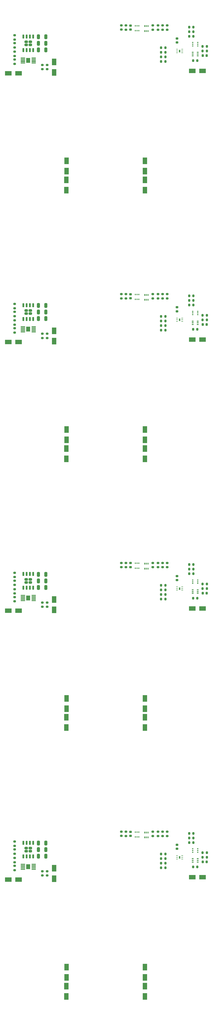
<source format=gbr>
%TF.GenerationSoftware,KiCad,Pcbnew,(6.0.5)*%
%TF.CreationDate,2022-08-17T15:04:12-07:00*%
%TF.ProjectId,X_Y_Panels,585f595f-5061-46e6-956c-732e6b696361,rev?*%
%TF.SameCoordinates,Original*%
%TF.FileFunction,Paste,Top*%
%TF.FilePolarity,Positive*%
%FSLAX46Y46*%
G04 Gerber Fmt 4.6, Leading zero omitted, Abs format (unit mm)*
G04 Created by KiCad (PCBNEW (6.0.5)) date 2022-08-17 15:04:12*
%MOMM*%
%LPD*%
G01*
G04 APERTURE LIST*
G04 Aperture macros list*
%AMRoundRect*
0 Rectangle with rounded corners*
0 $1 Rounding radius*
0 $2 $3 $4 $5 $6 $7 $8 $9 X,Y pos of 4 corners*
0 Add a 4 corners polygon primitive as box body*
4,1,4,$2,$3,$4,$5,$6,$7,$8,$9,$2,$3,0*
0 Add four circle primitives for the rounded corners*
1,1,$1+$1,$2,$3*
1,1,$1+$1,$4,$5*
1,1,$1+$1,$6,$7*
1,1,$1+$1,$8,$9*
0 Add four rect primitives between the rounded corners*
20,1,$1+$1,$2,$3,$4,$5,0*
20,1,$1+$1,$4,$5,$6,$7,0*
20,1,$1+$1,$6,$7,$8,$9,0*
20,1,$1+$1,$8,$9,$2,$3,0*%
G04 Aperture macros list end*
%ADD10C,0.010000*%
%ADD11RoundRect,0.200000X-0.200000X-0.275000X0.200000X-0.275000X0.200000X0.275000X-0.200000X0.275000X0*%
%ADD12RoundRect,0.200000X0.200000X0.275000X-0.200000X0.275000X-0.200000X-0.275000X0.200000X-0.275000X0*%
%ADD13RoundRect,0.225000X-0.225000X-0.250000X0.225000X-0.250000X0.225000X0.250000X-0.225000X0.250000X0*%
%ADD14RoundRect,0.200000X0.275000X-0.200000X0.275000X0.200000X-0.275000X0.200000X-0.275000X-0.200000X0*%
%ADD15R,0.600000X0.400000*%
%ADD16RoundRect,0.225000X0.250000X-0.225000X0.250000X0.225000X-0.250000X0.225000X-0.250000X-0.225000X0*%
%ADD17R,2.500000X1.700000*%
%ADD18R,0.740000X0.270000*%
%ADD19R,1.700000X2.500000*%
%ADD20R,0.400000X0.600000*%
%ADD21R,0.650000X0.400000*%
%ADD22RoundRect,0.200000X-0.275000X0.200000X-0.275000X-0.200000X0.275000X-0.200000X0.275000X0.200000X0*%
%ADD23RoundRect,0.250000X0.325000X0.650000X-0.325000X0.650000X-0.325000X-0.650000X0.325000X-0.650000X0*%
%ADD24R,0.400000X0.650000*%
%ADD25RoundRect,0.250000X-0.325000X-0.650000X0.325000X-0.650000X0.325000X0.650000X-0.325000X0.650000X0*%
%ADD26RoundRect,0.242500X0.402500X-0.242500X0.402500X0.242500X-0.402500X0.242500X-0.402500X-0.242500X0*%
%ADD27RoundRect,0.150000X0.150000X-0.650000X0.150000X0.650000X-0.150000X0.650000X-0.150000X-0.650000X0*%
%ADD28R,1.570000X1.880000*%
G04 APERTURE END LIST*
%TO.C,U3*%
G36*
X427818000Y-22056000D02*
G01*
X427398000Y-22056000D01*
X427398000Y-21196000D01*
X427818000Y-21196000D01*
X427818000Y-22056000D01*
G37*
D10*
X427818000Y-22056000D02*
X427398000Y-22056000D01*
X427398000Y-21196000D01*
X427818000Y-21196000D01*
X427818000Y-22056000D01*
G36*
X427818000Y-230056000D02*
G01*
X427398000Y-230056000D01*
X427398000Y-229196000D01*
X427818000Y-229196000D01*
X427818000Y-230056000D01*
G37*
X427818000Y-230056000D02*
X427398000Y-230056000D01*
X427398000Y-229196000D01*
X427818000Y-229196000D01*
X427818000Y-230056000D01*
%TO.C,U1*%
G36*
X367545000Y-25392000D02*
G01*
X365995000Y-25392000D01*
X365995000Y-25142000D01*
X367545000Y-25142000D01*
X367545000Y-25392000D01*
G37*
X367545000Y-25392000D02*
X365995000Y-25392000D01*
X365995000Y-25142000D01*
X367545000Y-25142000D01*
X367545000Y-25392000D01*
G36*
X371745000Y-24892000D02*
G01*
X370195000Y-24892000D01*
X370195000Y-24642000D01*
X371745000Y-24642000D01*
X371745000Y-24892000D01*
G37*
X371745000Y-24892000D02*
X370195000Y-24892000D01*
X370195000Y-24642000D01*
X371745000Y-24642000D01*
X371745000Y-24892000D01*
G36*
X371745000Y-24392000D02*
G01*
X370195000Y-24392000D01*
X370195000Y-24142000D01*
X371745000Y-24142000D01*
X371745000Y-24392000D01*
G37*
X371745000Y-24392000D02*
X370195000Y-24392000D01*
X370195000Y-24142000D01*
X371745000Y-24142000D01*
X371745000Y-24392000D01*
G36*
X367545000Y-25892000D02*
G01*
X365995000Y-25892000D01*
X365995000Y-25642000D01*
X367545000Y-25642000D01*
X367545000Y-25892000D01*
G37*
X367545000Y-25892000D02*
X365995000Y-25892000D01*
X365995000Y-25642000D01*
X367545000Y-25642000D01*
X367545000Y-25892000D01*
G36*
X371745000Y-26392000D02*
G01*
X370195000Y-26392000D01*
X370195000Y-26142000D01*
X371745000Y-26142000D01*
X371745000Y-26392000D01*
G37*
X371745000Y-26392000D02*
X370195000Y-26392000D01*
X370195000Y-26142000D01*
X371745000Y-26142000D01*
X371745000Y-26392000D01*
G36*
X371745000Y-25892000D02*
G01*
X370195000Y-25892000D01*
X370195000Y-25642000D01*
X371745000Y-25642000D01*
X371745000Y-25892000D01*
G37*
X371745000Y-25892000D02*
X370195000Y-25892000D01*
X370195000Y-25642000D01*
X371745000Y-25642000D01*
X371745000Y-25892000D01*
G36*
X371745000Y-25392000D02*
G01*
X370195000Y-25392000D01*
X370195000Y-25142000D01*
X371745000Y-25142000D01*
X371745000Y-25392000D01*
G37*
X371745000Y-25392000D02*
X370195000Y-25392000D01*
X370195000Y-25142000D01*
X371745000Y-25142000D01*
X371745000Y-25392000D01*
G36*
X367545000Y-24392000D02*
G01*
X365995000Y-24392000D01*
X365995000Y-24142000D01*
X367545000Y-24142000D01*
X367545000Y-24392000D01*
G37*
X367545000Y-24392000D02*
X365995000Y-24392000D01*
X365995000Y-24142000D01*
X367545000Y-24142000D01*
X367545000Y-24392000D01*
G36*
X367545000Y-24892000D02*
G01*
X365995000Y-24892000D01*
X365995000Y-24642000D01*
X367545000Y-24642000D01*
X367545000Y-24892000D01*
G37*
X367545000Y-24892000D02*
X365995000Y-24892000D01*
X365995000Y-24642000D01*
X367545000Y-24642000D01*
X367545000Y-24892000D01*
G36*
X367545000Y-26392000D02*
G01*
X365995000Y-26392000D01*
X365995000Y-26142000D01*
X367545000Y-26142000D01*
X367545000Y-26392000D01*
G37*
X367545000Y-26392000D02*
X365995000Y-26392000D01*
X365995000Y-26142000D01*
X367545000Y-26142000D01*
X367545000Y-26392000D01*
G36*
X367545000Y-233392000D02*
G01*
X365995000Y-233392000D01*
X365995000Y-233142000D01*
X367545000Y-233142000D01*
X367545000Y-233392000D01*
G37*
X367545000Y-233392000D02*
X365995000Y-233392000D01*
X365995000Y-233142000D01*
X367545000Y-233142000D01*
X367545000Y-233392000D01*
G36*
X371745000Y-232892000D02*
G01*
X370195000Y-232892000D01*
X370195000Y-232642000D01*
X371745000Y-232642000D01*
X371745000Y-232892000D01*
G37*
X371745000Y-232892000D02*
X370195000Y-232892000D01*
X370195000Y-232642000D01*
X371745000Y-232642000D01*
X371745000Y-232892000D01*
G36*
X371745000Y-232392000D02*
G01*
X370195000Y-232392000D01*
X370195000Y-232142000D01*
X371745000Y-232142000D01*
X371745000Y-232392000D01*
G37*
X371745000Y-232392000D02*
X370195000Y-232392000D01*
X370195000Y-232142000D01*
X371745000Y-232142000D01*
X371745000Y-232392000D01*
G36*
X367545000Y-233892000D02*
G01*
X365995000Y-233892000D01*
X365995000Y-233642000D01*
X367545000Y-233642000D01*
X367545000Y-233892000D01*
G37*
X367545000Y-233892000D02*
X365995000Y-233892000D01*
X365995000Y-233642000D01*
X367545000Y-233642000D01*
X367545000Y-233892000D01*
G36*
X371745000Y-234392000D02*
G01*
X370195000Y-234392000D01*
X370195000Y-234142000D01*
X371745000Y-234142000D01*
X371745000Y-234392000D01*
G37*
X371745000Y-234392000D02*
X370195000Y-234392000D01*
X370195000Y-234142000D01*
X371745000Y-234142000D01*
X371745000Y-234392000D01*
G36*
X371745000Y-233892000D02*
G01*
X370195000Y-233892000D01*
X370195000Y-233642000D01*
X371745000Y-233642000D01*
X371745000Y-233892000D01*
G37*
X371745000Y-233892000D02*
X370195000Y-233892000D01*
X370195000Y-233642000D01*
X371745000Y-233642000D01*
X371745000Y-233892000D01*
G36*
X371745000Y-233392000D02*
G01*
X370195000Y-233392000D01*
X370195000Y-233142000D01*
X371745000Y-233142000D01*
X371745000Y-233392000D01*
G37*
X371745000Y-233392000D02*
X370195000Y-233392000D01*
X370195000Y-233142000D01*
X371745000Y-233142000D01*
X371745000Y-233392000D01*
G36*
X367545000Y-232392000D02*
G01*
X365995000Y-232392000D01*
X365995000Y-232142000D01*
X367545000Y-232142000D01*
X367545000Y-232392000D01*
G37*
X367545000Y-232392000D02*
X365995000Y-232392000D01*
X365995000Y-232142000D01*
X367545000Y-232142000D01*
X367545000Y-232392000D01*
G36*
X367545000Y-232892000D02*
G01*
X365995000Y-232892000D01*
X365995000Y-232642000D01*
X367545000Y-232642000D01*
X367545000Y-232892000D01*
G37*
X367545000Y-232892000D02*
X365995000Y-232892000D01*
X365995000Y-232642000D01*
X367545000Y-232642000D01*
X367545000Y-232892000D01*
G36*
X367545000Y-234392000D02*
G01*
X365995000Y-234392000D01*
X365995000Y-234142000D01*
X367545000Y-234142000D01*
X367545000Y-234392000D01*
G37*
X367545000Y-234392000D02*
X365995000Y-234392000D01*
X365995000Y-234142000D01*
X367545000Y-234142000D01*
X367545000Y-234392000D01*
G36*
X367545000Y-129392000D02*
G01*
X365995000Y-129392000D01*
X365995000Y-129142000D01*
X367545000Y-129142000D01*
X367545000Y-129392000D01*
G37*
X367545000Y-129392000D02*
X365995000Y-129392000D01*
X365995000Y-129142000D01*
X367545000Y-129142000D01*
X367545000Y-129392000D01*
G36*
X371745000Y-128892000D02*
G01*
X370195000Y-128892000D01*
X370195000Y-128642000D01*
X371745000Y-128642000D01*
X371745000Y-128892000D01*
G37*
X371745000Y-128892000D02*
X370195000Y-128892000D01*
X370195000Y-128642000D01*
X371745000Y-128642000D01*
X371745000Y-128892000D01*
G36*
X371745000Y-128392000D02*
G01*
X370195000Y-128392000D01*
X370195000Y-128142000D01*
X371745000Y-128142000D01*
X371745000Y-128392000D01*
G37*
X371745000Y-128392000D02*
X370195000Y-128392000D01*
X370195000Y-128142000D01*
X371745000Y-128142000D01*
X371745000Y-128392000D01*
G36*
X367545000Y-129892000D02*
G01*
X365995000Y-129892000D01*
X365995000Y-129642000D01*
X367545000Y-129642000D01*
X367545000Y-129892000D01*
G37*
X367545000Y-129892000D02*
X365995000Y-129892000D01*
X365995000Y-129642000D01*
X367545000Y-129642000D01*
X367545000Y-129892000D01*
G36*
X371745000Y-130392000D02*
G01*
X370195000Y-130392000D01*
X370195000Y-130142000D01*
X371745000Y-130142000D01*
X371745000Y-130392000D01*
G37*
X371745000Y-130392000D02*
X370195000Y-130392000D01*
X370195000Y-130142000D01*
X371745000Y-130142000D01*
X371745000Y-130392000D01*
G36*
X371745000Y-129892000D02*
G01*
X370195000Y-129892000D01*
X370195000Y-129642000D01*
X371745000Y-129642000D01*
X371745000Y-129892000D01*
G37*
X371745000Y-129892000D02*
X370195000Y-129892000D01*
X370195000Y-129642000D01*
X371745000Y-129642000D01*
X371745000Y-129892000D01*
G36*
X371745000Y-129392000D02*
G01*
X370195000Y-129392000D01*
X370195000Y-129142000D01*
X371745000Y-129142000D01*
X371745000Y-129392000D01*
G37*
X371745000Y-129392000D02*
X370195000Y-129392000D01*
X370195000Y-129142000D01*
X371745000Y-129142000D01*
X371745000Y-129392000D01*
G36*
X367545000Y-128392000D02*
G01*
X365995000Y-128392000D01*
X365995000Y-128142000D01*
X367545000Y-128142000D01*
X367545000Y-128392000D01*
G37*
X367545000Y-128392000D02*
X365995000Y-128392000D01*
X365995000Y-128142000D01*
X367545000Y-128142000D01*
X367545000Y-128392000D01*
G36*
X367545000Y-128892000D02*
G01*
X365995000Y-128892000D01*
X365995000Y-128642000D01*
X367545000Y-128642000D01*
X367545000Y-128892000D01*
G37*
X367545000Y-128892000D02*
X365995000Y-128892000D01*
X365995000Y-128642000D01*
X367545000Y-128642000D01*
X367545000Y-128892000D01*
G36*
X367545000Y-130392000D02*
G01*
X365995000Y-130392000D01*
X365995000Y-130142000D01*
X367545000Y-130142000D01*
X367545000Y-130392000D01*
G37*
X367545000Y-130392000D02*
X365995000Y-130392000D01*
X365995000Y-130142000D01*
X367545000Y-130142000D01*
X367545000Y-130392000D01*
G36*
X367545000Y-337392000D02*
G01*
X365995000Y-337392000D01*
X365995000Y-337142000D01*
X367545000Y-337142000D01*
X367545000Y-337392000D01*
G37*
X367545000Y-337392000D02*
X365995000Y-337392000D01*
X365995000Y-337142000D01*
X367545000Y-337142000D01*
X367545000Y-337392000D01*
G36*
X371745000Y-336892000D02*
G01*
X370195000Y-336892000D01*
X370195000Y-336642000D01*
X371745000Y-336642000D01*
X371745000Y-336892000D01*
G37*
X371745000Y-336892000D02*
X370195000Y-336892000D01*
X370195000Y-336642000D01*
X371745000Y-336642000D01*
X371745000Y-336892000D01*
G36*
X371745000Y-336392000D02*
G01*
X370195000Y-336392000D01*
X370195000Y-336142000D01*
X371745000Y-336142000D01*
X371745000Y-336392000D01*
G37*
X371745000Y-336392000D02*
X370195000Y-336392000D01*
X370195000Y-336142000D01*
X371745000Y-336142000D01*
X371745000Y-336392000D01*
G36*
X367545000Y-337892000D02*
G01*
X365995000Y-337892000D01*
X365995000Y-337642000D01*
X367545000Y-337642000D01*
X367545000Y-337892000D01*
G37*
X367545000Y-337892000D02*
X365995000Y-337892000D01*
X365995000Y-337642000D01*
X367545000Y-337642000D01*
X367545000Y-337892000D01*
G36*
X371745000Y-338392000D02*
G01*
X370195000Y-338392000D01*
X370195000Y-338142000D01*
X371745000Y-338142000D01*
X371745000Y-338392000D01*
G37*
X371745000Y-338392000D02*
X370195000Y-338392000D01*
X370195000Y-338142000D01*
X371745000Y-338142000D01*
X371745000Y-338392000D01*
G36*
X371745000Y-337892000D02*
G01*
X370195000Y-337892000D01*
X370195000Y-337642000D01*
X371745000Y-337642000D01*
X371745000Y-337892000D01*
G37*
X371745000Y-337892000D02*
X370195000Y-337892000D01*
X370195000Y-337642000D01*
X371745000Y-337642000D01*
X371745000Y-337892000D01*
G36*
X371745000Y-337392000D02*
G01*
X370195000Y-337392000D01*
X370195000Y-337142000D01*
X371745000Y-337142000D01*
X371745000Y-337392000D01*
G37*
X371745000Y-337392000D02*
X370195000Y-337392000D01*
X370195000Y-337142000D01*
X371745000Y-337142000D01*
X371745000Y-337392000D01*
G36*
X367545000Y-336392000D02*
G01*
X365995000Y-336392000D01*
X365995000Y-336142000D01*
X367545000Y-336142000D01*
X367545000Y-336392000D01*
G37*
X367545000Y-336392000D02*
X365995000Y-336392000D01*
X365995000Y-336142000D01*
X367545000Y-336142000D01*
X367545000Y-336392000D01*
G36*
X367545000Y-336892000D02*
G01*
X365995000Y-336892000D01*
X365995000Y-336642000D01*
X367545000Y-336642000D01*
X367545000Y-336892000D01*
G37*
X367545000Y-336892000D02*
X365995000Y-336892000D01*
X365995000Y-336642000D01*
X367545000Y-336642000D01*
X367545000Y-336892000D01*
G36*
X367545000Y-338392000D02*
G01*
X365995000Y-338392000D01*
X365995000Y-338142000D01*
X367545000Y-338142000D01*
X367545000Y-338392000D01*
G37*
X367545000Y-338392000D02*
X365995000Y-338392000D01*
X365995000Y-338142000D01*
X367545000Y-338142000D01*
X367545000Y-338392000D01*
%TO.C,U3*%
G36*
X427818000Y-126056000D02*
G01*
X427398000Y-126056000D01*
X427398000Y-125196000D01*
X427818000Y-125196000D01*
X427818000Y-126056000D01*
G37*
X427818000Y-126056000D02*
X427398000Y-126056000D01*
X427398000Y-125196000D01*
X427818000Y-125196000D01*
X427818000Y-126056000D01*
G36*
X427818000Y-334056000D02*
G01*
X427398000Y-334056000D01*
X427398000Y-333196000D01*
X427818000Y-333196000D01*
X427818000Y-334056000D01*
G37*
X427818000Y-334056000D02*
X427398000Y-334056000D01*
X427398000Y-333196000D01*
X427818000Y-333196000D01*
X427818000Y-334056000D01*
%TD*%
D11*
%TO.C,R14*%
X431325000Y-14138000D03*
X432975000Y-14138000D03*
%TD*%
D12*
%TO.C,R20*%
X422083000Y-23912000D03*
X420433000Y-23912000D03*
%TD*%
D13*
%TO.C,C2*%
X436575000Y-335438000D03*
X438125000Y-335438000D03*
%TD*%
D14*
%TO.C,R2*%
X417194000Y-117370000D03*
X417194000Y-115720000D03*
%TD*%
%TO.C,R6*%
X405000000Y-221360000D03*
X405000000Y-219710000D03*
%TD*%
%TO.C,R11*%
X363625000Y-17185000D03*
X363625000Y-15535000D03*
%TD*%
D15*
%TO.C,Q3*%
X434625000Y-123635000D03*
X434625000Y-122985000D03*
X434625000Y-122335000D03*
X432725000Y-122335000D03*
X432725000Y-122985000D03*
X432725000Y-123635000D03*
%TD*%
D12*
%TO.C,R12*%
X432975000Y-324360000D03*
X431325000Y-324360000D03*
%TD*%
D14*
%TO.C,R11*%
X363625000Y-329185000D03*
X363625000Y-327535000D03*
%TD*%
D12*
%TO.C,R15*%
X432975000Y-327916000D03*
X431325000Y-327916000D03*
%TD*%
D11*
%TO.C,R14*%
X431325000Y-222138000D03*
X432975000Y-222138000D03*
%TD*%
D16*
%TO.C,C6*%
X426592000Y-18337000D03*
X426592000Y-16787000D03*
%TD*%
D17*
%TO.C,D6*%
X432530000Y-133320000D03*
X436530000Y-133320000D03*
%TD*%
D18*
%TO.C,U3*%
X426613000Y-20976000D03*
X426613000Y-21626000D03*
X426613000Y-22276000D03*
X428603000Y-22276000D03*
X428603000Y-21626000D03*
X428603000Y-20976000D03*
%TD*%
D19*
%TO.C,D5*%
X378960000Y-341890000D03*
X378960000Y-337890000D03*
%TD*%
D20*
%TO.C,Q1*%
X410448000Y-221760000D03*
X411098000Y-221760000D03*
X411748000Y-221760000D03*
X411748000Y-219860000D03*
X411098000Y-219860000D03*
X410448000Y-219860000D03*
%TD*%
D16*
%TO.C,C6*%
X426592000Y-122337000D03*
X426592000Y-120787000D03*
%TD*%
D18*
%TO.C,U3*%
X426613000Y-228976000D03*
X426613000Y-229626000D03*
X426613000Y-230276000D03*
X428603000Y-230276000D03*
X428603000Y-229626000D03*
X428603000Y-228976000D03*
%TD*%
D20*
%TO.C,Q1*%
X410448000Y-325760000D03*
X411098000Y-325760000D03*
X411748000Y-325760000D03*
X411748000Y-323860000D03*
X411098000Y-323860000D03*
X410448000Y-323860000D03*
%TD*%
D21*
%TO.C,Q4*%
X434625000Y-335445000D03*
X434625000Y-334795000D03*
X434625000Y-334145000D03*
X432725000Y-334145000D03*
X432725000Y-334795000D03*
X432725000Y-335445000D03*
%TD*%
D22*
%TO.C,R4*%
X422782000Y-11720000D03*
X422782000Y-13370000D03*
%TD*%
D23*
%TO.C,C5*%
X375750000Y-16110000D03*
X372800000Y-16110000D03*
%TD*%
D24*
%TO.C,Q2*%
X415325000Y-116010000D03*
X414675000Y-116010000D03*
X414025000Y-116010000D03*
X414025000Y-117910000D03*
X414675000Y-117910000D03*
X415325000Y-117910000D03*
%TD*%
D25*
%TO.C,C3*%
X372800000Y-125185000D03*
X375750000Y-125185000D03*
%TD*%
D16*
%TO.C,C1*%
X408558000Y-117320000D03*
X408558000Y-115770000D03*
%TD*%
D25*
%TO.C,C3*%
X372800000Y-21185000D03*
X375750000Y-21185000D03*
%TD*%
D15*
%TO.C,Q3*%
X434625000Y-19635000D03*
X434625000Y-18985000D03*
X434625000Y-18335000D03*
X432725000Y-18335000D03*
X432725000Y-18985000D03*
X432725000Y-19635000D03*
%TD*%
D11*
%TO.C,R22*%
X420433000Y-228356000D03*
X422083000Y-228356000D03*
%TD*%
D22*
%TO.C,R18*%
X376200000Y-339035000D03*
X376200000Y-340685000D03*
%TD*%
D26*
%TO.C,U2*%
X368070000Y-227263000D03*
X369670000Y-226063000D03*
X369670000Y-227263000D03*
X368070000Y-226063000D03*
D27*
X366965000Y-229313000D03*
X368235000Y-229313000D03*
X369505000Y-229313000D03*
X370775000Y-229313000D03*
X370775000Y-224013000D03*
X369505000Y-224013000D03*
X368235000Y-224013000D03*
X366965000Y-224013000D03*
%TD*%
D12*
%TO.C,R12*%
X432975000Y-12360000D03*
X431325000Y-12360000D03*
%TD*%
D22*
%TO.C,R8*%
X363625000Y-229885000D03*
X363625000Y-231535000D03*
%TD*%
D11*
%TO.C,R22*%
X420433000Y-124356000D03*
X422083000Y-124356000D03*
%TD*%
D19*
%TO.C,D3*%
X383720000Y-376110000D03*
X383720000Y-380110000D03*
%TD*%
D24*
%TO.C,Q2*%
X415325000Y-220010000D03*
X414675000Y-220010000D03*
X414025000Y-220010000D03*
X414025000Y-221910000D03*
X414675000Y-221910000D03*
X415325000Y-221910000D03*
%TD*%
D19*
%TO.C,D4*%
X383700000Y-383450000D03*
X383700000Y-387450000D03*
%TD*%
D14*
%TO.C,R5*%
X406780000Y-13370000D03*
X406780000Y-11720000D03*
%TD*%
%TO.C,R3*%
X421004000Y-221370000D03*
X421004000Y-219720000D03*
%TD*%
D12*
%TO.C,R15*%
X432975000Y-119916000D03*
X431325000Y-119916000D03*
%TD*%
D26*
%TO.C,U2*%
X368070000Y-19263000D03*
X369670000Y-18063000D03*
X369670000Y-19263000D03*
X368070000Y-18063000D03*
D27*
X366965000Y-21313000D03*
X368235000Y-21313000D03*
X369505000Y-21313000D03*
X370775000Y-21313000D03*
X370775000Y-16013000D03*
X369505000Y-16013000D03*
X368235000Y-16013000D03*
X366965000Y-16013000D03*
%TD*%
D14*
%TO.C,R3*%
X421004000Y-13370000D03*
X421004000Y-11720000D03*
%TD*%
D12*
%TO.C,R20*%
X422083000Y-127912000D03*
X420433000Y-127912000D03*
%TD*%
D25*
%TO.C,C4*%
X372800000Y-330645000D03*
X375750000Y-330645000D03*
%TD*%
D22*
%TO.C,R1*%
X419226000Y-323720000D03*
X419226000Y-325370000D03*
%TD*%
D17*
%TO.C,D6*%
X432530000Y-29320000D03*
X436530000Y-29320000D03*
%TD*%
D21*
%TO.C,Q4*%
X434625000Y-231445000D03*
X434625000Y-230795000D03*
X434625000Y-230145000D03*
X432725000Y-230145000D03*
X432725000Y-230795000D03*
X432725000Y-231445000D03*
%TD*%
D11*
%TO.C,R16*%
X436525000Y-229660000D03*
X438175000Y-229660000D03*
%TD*%
D19*
%TO.C,D7*%
X414146000Y-283450000D03*
X414146000Y-279450000D03*
%TD*%
D14*
%TO.C,R6*%
X405000000Y-325360000D03*
X405000000Y-323710000D03*
%TD*%
D19*
%TO.C,D1*%
X414146000Y-68110000D03*
X414146000Y-64110000D03*
%TD*%
D17*
%TO.C,D2*%
X365150000Y-238235000D03*
X361150000Y-238235000D03*
%TD*%
D12*
%TO.C,R13*%
X434500000Y-233335000D03*
X432850000Y-233335000D03*
%TD*%
D14*
%TO.C,R10*%
X363625000Y-20233000D03*
X363625000Y-18583000D03*
%TD*%
D22*
%TO.C,R18*%
X376200000Y-131035000D03*
X376200000Y-132685000D03*
%TD*%
D13*
%TO.C,C2*%
X436575000Y-23438000D03*
X438125000Y-23438000D03*
%TD*%
D28*
%TO.C,U1*%
X368870000Y-25267000D03*
%TD*%
D11*
%TO.C,R16*%
X436525000Y-333660000D03*
X438175000Y-333660000D03*
%TD*%
D25*
%TO.C,C4*%
X372800000Y-18645000D03*
X375750000Y-18645000D03*
%TD*%
D17*
%TO.C,D6*%
X432530000Y-237320000D03*
X436530000Y-237320000D03*
%TD*%
D14*
%TO.C,R2*%
X417194000Y-221370000D03*
X417194000Y-219720000D03*
%TD*%
D17*
%TO.C,D2*%
X365150000Y-30235000D03*
X361150000Y-30235000D03*
%TD*%
D22*
%TO.C,R17*%
X374400000Y-339035000D03*
X374400000Y-340685000D03*
%TD*%
D20*
%TO.C,Q1*%
X410448000Y-117760000D03*
X411098000Y-117760000D03*
X411748000Y-117760000D03*
X411748000Y-115860000D03*
X411098000Y-115860000D03*
X410448000Y-115860000D03*
%TD*%
D19*
%TO.C,D1*%
X414146000Y-276110000D03*
X414146000Y-272110000D03*
%TD*%
%TO.C,D1*%
X414146000Y-380110000D03*
X414146000Y-376110000D03*
%TD*%
D14*
%TO.C,R2*%
X417194000Y-325370000D03*
X417194000Y-323720000D03*
%TD*%
D11*
%TO.C,R22*%
X420433000Y-20356000D03*
X422083000Y-20356000D03*
%TD*%
D23*
%TO.C,C5*%
X375750000Y-328110000D03*
X372800000Y-328110000D03*
%TD*%
D11*
%TO.C,R7*%
X436522000Y-19879000D03*
X438172000Y-19879000D03*
%TD*%
D15*
%TO.C,Q3*%
X434625000Y-227635000D03*
X434625000Y-226985000D03*
X434625000Y-226335000D03*
X432725000Y-226335000D03*
X432725000Y-226985000D03*
X432725000Y-227635000D03*
%TD*%
D22*
%TO.C,R4*%
X422782000Y-115720000D03*
X422782000Y-117370000D03*
%TD*%
%TO.C,R4*%
X422782000Y-219720000D03*
X422782000Y-221370000D03*
%TD*%
%TO.C,R9*%
X363625000Y-232933000D03*
X363625000Y-234583000D03*
%TD*%
D12*
%TO.C,R15*%
X432975000Y-223916000D03*
X431325000Y-223916000D03*
%TD*%
D19*
%TO.C,D1*%
X414146000Y-172110000D03*
X414146000Y-168110000D03*
%TD*%
D16*
%TO.C,C1*%
X408558000Y-13320000D03*
X408558000Y-11770000D03*
%TD*%
D22*
%TO.C,R9*%
X363625000Y-336933000D03*
X363625000Y-338583000D03*
%TD*%
D24*
%TO.C,Q2*%
X415325000Y-324010000D03*
X414675000Y-324010000D03*
X414025000Y-324010000D03*
X414025000Y-325910000D03*
X414675000Y-325910000D03*
X415325000Y-325910000D03*
%TD*%
D19*
%TO.C,D5*%
X378960000Y-237890000D03*
X378960000Y-233890000D03*
%TD*%
D28*
%TO.C,U1*%
X368870000Y-233267000D03*
%TD*%
D22*
%TO.C,R8*%
X363625000Y-21885000D03*
X363625000Y-23535000D03*
%TD*%
D16*
%TO.C,C1*%
X408558000Y-221320000D03*
X408558000Y-219770000D03*
%TD*%
D22*
%TO.C,R8*%
X363625000Y-125885000D03*
X363625000Y-127535000D03*
%TD*%
D12*
%TO.C,R20*%
X422083000Y-231912000D03*
X420433000Y-231912000D03*
%TD*%
D14*
%TO.C,R11*%
X363625000Y-121185000D03*
X363625000Y-119535000D03*
%TD*%
D22*
%TO.C,R1*%
X419226000Y-115720000D03*
X419226000Y-117370000D03*
%TD*%
D14*
%TO.C,R3*%
X421004000Y-117370000D03*
X421004000Y-115720000D03*
%TD*%
%TO.C,R5*%
X406780000Y-117370000D03*
X406780000Y-115720000D03*
%TD*%
D12*
%TO.C,R12*%
X432975000Y-116360000D03*
X431325000Y-116360000D03*
%TD*%
D19*
%TO.C,D3*%
X383720000Y-64110000D03*
X383720000Y-68110000D03*
%TD*%
D14*
%TO.C,R10*%
X363625000Y-228233000D03*
X363625000Y-226583000D03*
%TD*%
D12*
%TO.C,R13*%
X434500000Y-25335000D03*
X432850000Y-25335000D03*
%TD*%
D16*
%TO.C,C1*%
X408558000Y-325320000D03*
X408558000Y-323770000D03*
%TD*%
D22*
%TO.C,R17*%
X374400000Y-27035000D03*
X374400000Y-28685000D03*
%TD*%
D21*
%TO.C,Q4*%
X434625000Y-23445000D03*
X434625000Y-22795000D03*
X434625000Y-22145000D03*
X432725000Y-22145000D03*
X432725000Y-22795000D03*
X432725000Y-23445000D03*
%TD*%
D14*
%TO.C,R11*%
X363625000Y-225185000D03*
X363625000Y-223535000D03*
%TD*%
D28*
%TO.C,U1*%
X368870000Y-129267000D03*
%TD*%
D25*
%TO.C,C3*%
X372800000Y-229185000D03*
X375750000Y-229185000D03*
%TD*%
D22*
%TO.C,R17*%
X374400000Y-235035000D03*
X374400000Y-236685000D03*
%TD*%
D25*
%TO.C,C4*%
X372800000Y-122645000D03*
X375750000Y-122645000D03*
%TD*%
%TO.C,C4*%
X372800000Y-226645000D03*
X375750000Y-226645000D03*
%TD*%
D17*
%TO.C,D6*%
X432530000Y-341320000D03*
X436530000Y-341320000D03*
%TD*%
D21*
%TO.C,Q4*%
X434625000Y-127445000D03*
X434625000Y-126795000D03*
X434625000Y-126145000D03*
X432725000Y-126145000D03*
X432725000Y-126795000D03*
X432725000Y-127445000D03*
%TD*%
D12*
%TO.C,R20*%
X422083000Y-335912000D03*
X420433000Y-335912000D03*
%TD*%
D22*
%TO.C,R17*%
X374400000Y-131035000D03*
X374400000Y-132685000D03*
%TD*%
D25*
%TO.C,C3*%
X372800000Y-333185000D03*
X375750000Y-333185000D03*
%TD*%
D11*
%TO.C,R19*%
X420433000Y-334134000D03*
X422083000Y-334134000D03*
%TD*%
D19*
%TO.C,D5*%
X378960000Y-133890000D03*
X378960000Y-129890000D03*
%TD*%
D11*
%TO.C,R19*%
X420433000Y-126134000D03*
X422083000Y-126134000D03*
%TD*%
%TO.C,R14*%
X431325000Y-326138000D03*
X432975000Y-326138000D03*
%TD*%
D19*
%TO.C,D4*%
X383700000Y-175450000D03*
X383700000Y-179450000D03*
%TD*%
D28*
%TO.C,U1*%
X368870000Y-337267000D03*
%TD*%
D22*
%TO.C,R4*%
X422782000Y-323720000D03*
X422782000Y-325370000D03*
%TD*%
D16*
%TO.C,C6*%
X426592000Y-226337000D03*
X426592000Y-224787000D03*
%TD*%
D19*
%TO.C,D3*%
X383720000Y-272110000D03*
X383720000Y-276110000D03*
%TD*%
D22*
%TO.C,R9*%
X363625000Y-24933000D03*
X363625000Y-26583000D03*
%TD*%
D11*
%TO.C,R16*%
X436525000Y-21660000D03*
X438175000Y-21660000D03*
%TD*%
D12*
%TO.C,R21*%
X422083000Y-129690000D03*
X420433000Y-129690000D03*
%TD*%
D17*
%TO.C,D2*%
X365150000Y-342235000D03*
X361150000Y-342235000D03*
%TD*%
D12*
%TO.C,R21*%
X422083000Y-337690000D03*
X420433000Y-337690000D03*
%TD*%
D11*
%TO.C,R22*%
X420433000Y-332356000D03*
X422083000Y-332356000D03*
%TD*%
D12*
%TO.C,R13*%
X434500000Y-337335000D03*
X432850000Y-337335000D03*
%TD*%
D22*
%TO.C,R9*%
X363625000Y-128933000D03*
X363625000Y-130583000D03*
%TD*%
D11*
%TO.C,R7*%
X436522000Y-331879000D03*
X438172000Y-331879000D03*
%TD*%
D24*
%TO.C,Q2*%
X415325000Y-12010000D03*
X414675000Y-12010000D03*
X414025000Y-12010000D03*
X414025000Y-13910000D03*
X414675000Y-13910000D03*
X415325000Y-13910000D03*
%TD*%
D17*
%TO.C,D2*%
X365150000Y-134235000D03*
X361150000Y-134235000D03*
%TD*%
D22*
%TO.C,R1*%
X419226000Y-219720000D03*
X419226000Y-221370000D03*
%TD*%
D20*
%TO.C,Q1*%
X410448000Y-13760000D03*
X411098000Y-13760000D03*
X411748000Y-13760000D03*
X411748000Y-11860000D03*
X411098000Y-11860000D03*
X410448000Y-11860000D03*
%TD*%
D22*
%TO.C,R18*%
X376200000Y-235035000D03*
X376200000Y-236685000D03*
%TD*%
D16*
%TO.C,C6*%
X426592000Y-330337000D03*
X426592000Y-328787000D03*
%TD*%
D14*
%TO.C,R6*%
X405000000Y-117360000D03*
X405000000Y-115710000D03*
%TD*%
D12*
%TO.C,R15*%
X432975000Y-15916000D03*
X431325000Y-15916000D03*
%TD*%
D13*
%TO.C,C2*%
X436575000Y-127438000D03*
X438125000Y-127438000D03*
%TD*%
D19*
%TO.C,D4*%
X383700000Y-279450000D03*
X383700000Y-283450000D03*
%TD*%
D14*
%TO.C,R3*%
X421004000Y-325370000D03*
X421004000Y-323720000D03*
%TD*%
D22*
%TO.C,R8*%
X363625000Y-333885000D03*
X363625000Y-335535000D03*
%TD*%
D15*
%TO.C,Q3*%
X434625000Y-331635000D03*
X434625000Y-330985000D03*
X434625000Y-330335000D03*
X432725000Y-330335000D03*
X432725000Y-330985000D03*
X432725000Y-331635000D03*
%TD*%
D14*
%TO.C,R2*%
X417194000Y-13370000D03*
X417194000Y-11720000D03*
%TD*%
D12*
%TO.C,R12*%
X432975000Y-220360000D03*
X431325000Y-220360000D03*
%TD*%
%TO.C,R21*%
X422083000Y-25690000D03*
X420433000Y-25690000D03*
%TD*%
D23*
%TO.C,C5*%
X375750000Y-224110000D03*
X372800000Y-224110000D03*
%TD*%
D11*
%TO.C,R7*%
X436522000Y-227879000D03*
X438172000Y-227879000D03*
%TD*%
D13*
%TO.C,C2*%
X436575000Y-231438000D03*
X438125000Y-231438000D03*
%TD*%
D14*
%TO.C,R6*%
X405000000Y-13360000D03*
X405000000Y-11710000D03*
%TD*%
D18*
%TO.C,U3*%
X426613000Y-124976000D03*
X426613000Y-125626000D03*
X426613000Y-126276000D03*
X428603000Y-126276000D03*
X428603000Y-125626000D03*
X428603000Y-124976000D03*
%TD*%
D26*
%TO.C,U2*%
X368070000Y-331263000D03*
X369670000Y-330063000D03*
X369670000Y-331263000D03*
X368070000Y-330063000D03*
D27*
X366965000Y-333313000D03*
X368235000Y-333313000D03*
X369505000Y-333313000D03*
X370775000Y-333313000D03*
X370775000Y-328013000D03*
X369505000Y-328013000D03*
X368235000Y-328013000D03*
X366965000Y-328013000D03*
%TD*%
D19*
%TO.C,D7*%
X414146000Y-179450000D03*
X414146000Y-175450000D03*
%TD*%
D26*
%TO.C,U2*%
X368070000Y-123263000D03*
X369670000Y-122063000D03*
X369670000Y-123263000D03*
X368070000Y-122063000D03*
D27*
X366965000Y-125313000D03*
X368235000Y-125313000D03*
X369505000Y-125313000D03*
X370775000Y-125313000D03*
X370775000Y-120013000D03*
X369505000Y-120013000D03*
X368235000Y-120013000D03*
X366965000Y-120013000D03*
%TD*%
D12*
%TO.C,R13*%
X434500000Y-129335000D03*
X432850000Y-129335000D03*
%TD*%
D14*
%TO.C,R5*%
X406780000Y-325370000D03*
X406780000Y-323720000D03*
%TD*%
D11*
%TO.C,R7*%
X436522000Y-123879000D03*
X438172000Y-123879000D03*
%TD*%
D19*
%TO.C,D7*%
X414146000Y-75450000D03*
X414146000Y-71450000D03*
%TD*%
D11*
%TO.C,R19*%
X420433000Y-230134000D03*
X422083000Y-230134000D03*
%TD*%
D19*
%TO.C,D4*%
X383700000Y-71450000D03*
X383700000Y-75450000D03*
%TD*%
D14*
%TO.C,R10*%
X363625000Y-124233000D03*
X363625000Y-122583000D03*
%TD*%
D11*
%TO.C,R16*%
X436525000Y-125660000D03*
X438175000Y-125660000D03*
%TD*%
D18*
%TO.C,U3*%
X426613000Y-332976000D03*
X426613000Y-333626000D03*
X426613000Y-334276000D03*
X428603000Y-334276000D03*
X428603000Y-333626000D03*
X428603000Y-332976000D03*
%TD*%
D11*
%TO.C,R19*%
X420433000Y-22134000D03*
X422083000Y-22134000D03*
%TD*%
D19*
%TO.C,D7*%
X414146000Y-387450000D03*
X414146000Y-383450000D03*
%TD*%
D14*
%TO.C,R5*%
X406780000Y-221370000D03*
X406780000Y-219720000D03*
%TD*%
D19*
%TO.C,D3*%
X383720000Y-168110000D03*
X383720000Y-172110000D03*
%TD*%
D22*
%TO.C,R1*%
X419226000Y-11720000D03*
X419226000Y-13370000D03*
%TD*%
%TO.C,R18*%
X376200000Y-27035000D03*
X376200000Y-28685000D03*
%TD*%
D12*
%TO.C,R21*%
X422083000Y-233690000D03*
X420433000Y-233690000D03*
%TD*%
D23*
%TO.C,C5*%
X375750000Y-120110000D03*
X372800000Y-120110000D03*
%TD*%
D11*
%TO.C,R14*%
X431325000Y-118138000D03*
X432975000Y-118138000D03*
%TD*%
D14*
%TO.C,R10*%
X363625000Y-332233000D03*
X363625000Y-330583000D03*
%TD*%
D19*
%TO.C,D5*%
X378960000Y-29890000D03*
X378960000Y-25890000D03*
%TD*%
M02*

</source>
